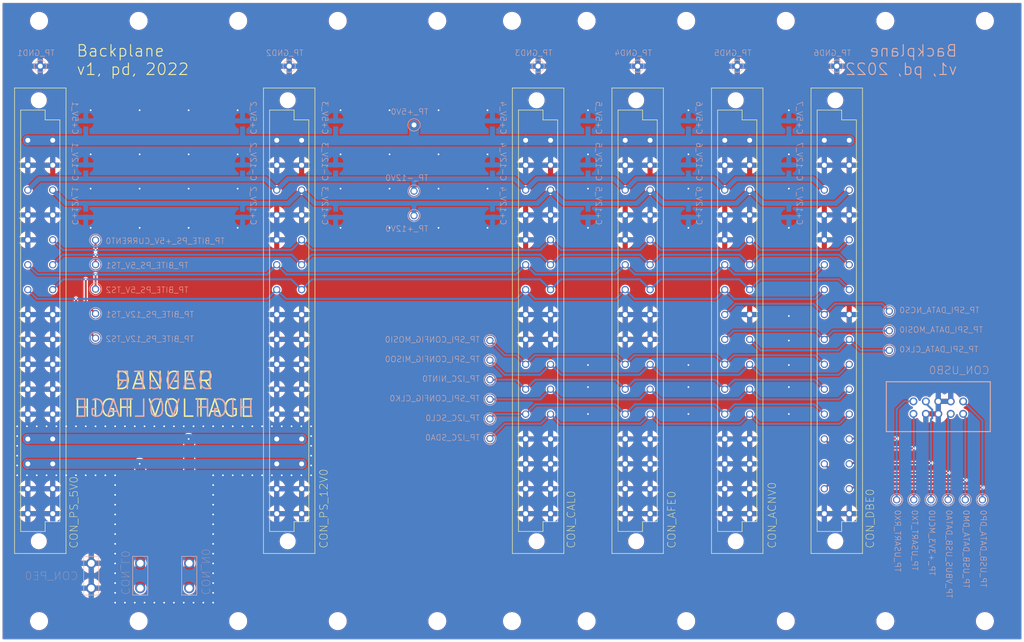
<source format=kicad_pcb>
(kicad_pcb (version 20241229) (generator "pcbnew") (generator_version "9.0")
  (layers (0 "F.Cu" signal) (2 "B.Cu" signal) (13 "F.Paste" user) (15 "B.Paste" user) (5 "F.SilkS" user "F.Silkscreen") (7 "B.SilkS" user "B.Silkscreen") (1 "F.Mask" user) (3 "B.Mask" user) (25 "Edge.Cuts" user))
  (net 0 "")
  (net 1 "+5V")
  (net 2 "GND")
  (net 3 "+12V")
  (net 4 "-12V")
  (net 5 "L")
  (net 6 "N")
  (net 7 "BITE_PS_+5V_CURRENT")
  (net 8 "BITE_PS_5V_TS1")
  (net 9 "BITE_PS_12V_TS1")
  (net 10 "BITE_PS_5V_TS2")
  (net 11 "BITE_PS_12V_TS2")
  (net 12 "USB_DATA_DM")
  (net 13 "USB_DATA_DP")
  (net 14 "VBUS_USB_DATA")
  (net 15 "+3V3_MCU")
  (net 16 "USART_TX")
  (net 17 "USART_RX")
  (net 18 "I2C_SCL")
  (net 19 "I2C_SDA")
  (net 20 "I2C_NINT")
  (net 21 "SPI_CONFIG_CLK")
  (net 22 "SPI_CONFIG_MOSI")
  (net 23 "SPI_CONFIG_MISO")
  (net 24 "SPI_DATA_MOSI")
  (net 25 "SPI_DATA_CLK")
  (net 26 "SPI_DATA_NCS")
  (footprint "09032326825_33780477" (layer "F.Cu") (at 153.8281 104.9266 90)
    (property "Reference" "CON_CAL0")
    (property "Value" "09032326825")
  )
  (footprint "dummyfp5" (layer "F.Cu") (at 72.3011 43.7261)
    (property "Reference" "UNK_HOLE_5" (hide yes))
    (property "Value" "")
  )
  (footprint "09032326825_33780477" (layer "F.Cu") (at 214.7881 104.9266 90)
    (property "Reference" "CON_DBE0")
    (property "Value" "09032326825")
  )
  (footprint "dummyfp15" (layer "F.Cu") (at 112.9411 166.2301)
    (property "Reference" "UNK_HOLE_15" (hide yes))
    (property "Value" "")
  )
  (footprint "dummyfp3" (layer "F.Cu") (at 245.0211 166.2301)
    (property "Reference" "UNK_HOLE_3" (hide yes))
    (property "Value" "")
  )
  (footprint "dummyfp1" (layer "F.Cu") (at 51.9811 166.2301)
    (property "Reference" "UNK_HOLE_1" (hide yes))
    (property "Value" "")
  )
  (footprint "dummyfp8" (layer "F.Cu") (at 133.2611 43.7261)
    (property "Reference" "UNK_HOLE_8" (hide yes))
    (property "Value" "")
  )
  (footprint "dummyfp20" (layer "F.Cu") (at 204.3811 166.2301)
    (property "Reference" "UNK_HOLE_20" (hide yes))
    (property "Value" "")
  )
  (footprint "dummyfp19" (layer "F.Cu") (at 184.0611 166.2301)
    (property "Reference" "UNK_HOLE_19" (hide yes))
    (property "Value" "")
  )
  (footprint "dummyfp4" (layer "F.Cu") (at 148.5011 166.2301)
    (property "Reference" "UNK_HOLE_4" (hide yes))
    (property "Value" "")
  )
  (footprint "dummyfp6" (layer "F.Cu") (at 92.6211 43.7261)
    (property "Reference" "UNK_HOLE_6" (hide yes))
    (property "Value" "")
  )
  (footprint "dummyfp16" (layer "F.Cu") (at 133.2611 166.2301)
    (property "Reference" "UNK_HOLE_16" (hide yes))
    (property "Value" "")
  )
  (footprint "09032326825_33780477" (layer "F.Cu") (at 174.1481 104.9266 90)
    (property "Reference" "CON_AFE0")
    (property "Value" "09032326825")
  )
  (footprint "dummyfp21" (layer "F.Cu") (at 224.7011 166.2301)
    (property "Reference" "UNK_HOLE_21" (hide yes))
    (property "Value" "")
  )
  (footprint "dummyfp18" (layer "F.Cu") (at 163.7411 166.2301)
    (property "Reference" "UNK_HOLE_18" (hide yes))
    (property "Value" "")
  )
  (footprint "dummyfp14" (layer "F.Cu") (at 92.6211 166.2301)
    (property "Reference" "UNK_HOLE_14" (hide yes))
    (property "Value" "")
  )
  (footprint "dummyfp2" (layer "F.Cu") (at 245.0211 43.7261)
    (property "Reference" "UNK_HOLE_2" (hide yes))
    (property "Value" "")
  )
  (footprint "dummyfp11" (layer "F.Cu") (at 204.3811 43.7261)
    (property "Reference" "UNK_HOLE_11" (hide yes))
    (property "Value" "")
  )
  (footprint "dummyfp0" (layer "F.Cu") (at 51.9811 43.7261)
    (property "Reference" "UNK_HOLE_0" (hide yes))
    (property "Value" "")
  )
  (footprint "09032326825_33780477" (layer "F.Cu") (at 52.2281 104.9266 90)
    (property "Reference" "CON_PS_5V0")
    (property "Value" "09032326825")
  )
  (footprint "dummyfp10" (layer "F.Cu") (at 184.0611 43.7261)
    (property "Reference" "UNK_HOLE_10" (hide yes))
    (property "Value" "")
  )
  (footprint "dummyfp17" (layer "F.Cu") (at 148.5011 43.7261)
    (property "Reference" "UNK_HOLE_17" (hide yes))
    (property "Value" "")
  )
  (footprint "dummyfp12" (layer "F.Cu") (at 224.7011 43.7261)
    (property "Reference" "UNK_HOLE_12" (hide yes))
    (property "Value" "")
  )
  (footprint "dummyfp13" (layer "F.Cu") (at 72.3011 166.2301)
    (property "Reference" "UNK_HOLE_13" (hide yes))
    (property "Value" "")
  )
  (footprint "09032326825_33780477" (layer "F.Cu") (at 103.0281 104.9266 90)
    (property "Reference" "CON_PS_12V0")
    (property "Value" "09032326825")
  )
  (footprint "dummyfp7" (layer "F.Cu") (at 112.9411 43.7261)
    (property "Reference" "UNK_HOLE_7" (hide yes))
    (property "Value" "")
  )
  (footprint "dummyfp9" (layer "F.Cu") (at 163.7411 43.7261)
    (property "Reference" "UNK_HOLE_9" (hide yes))
    (property "Value" "")
  )
  (footprint "09032326825_33780477" (layer "F.Cu") (at 194.4681 104.9266 90)
    (property "Reference" "CON_ACNV0")
    (property "Value" "09032326825")
  )
  (footprint "RSPRO-1MM-TERMINAL-POST-2622034_23908750" (layer "B.Cu") (at 174.1481 52.9641 180)
    (property "Reference" "TP_GND4")
    (property "Value" "" (hide yes))
  )
  (footprint "RSPRO-1MM-TERMINAL-POST-2622034_23908750" (layer "B.Cu") (at 144.0081 128.9641 180)
    (property "Reference" "TP_I2C_SDA0")
    (property "Value" "" (hide yes))
  )
  (footprint "C0603_18640681" (layer "B.Cu") (at 93.5081 64.9641 90)
    (property "Reference" "C+5V_2")
    (property "Value" "100n")
  )
  (footprint "RSPRO-1MM-TERMINAL-POST-2622034_23908750" (layer "B.Cu") (at 225.5081 110.9641 180)
    (property "Reference" "TP_SPI_DATA_CLK0")
    (property "Value" "" (hide yes))
  )
  (footprint "RSPRO-1MM-TERMINAL-POST-2622034_23908750" (layer "B.Cu") (at 153.8281 52.9641 180)
    (property "Reference" "TP_GND3")
    (property "Value" "" (hide yes))
  )
  (footprint "C0603_18640681" (layer "B.Cu") (at 164.0081 82.9641 -90)
    (property "Reference" "C+12V_5")
    (property "Value" "100n")
  )
  (footprint "RSPRO-1MM-TERMINAL-POST-2622034_23908750" (layer "B.Cu") (at 225.5081 106.9641 180)
    (property "Reference" "TP_SPI_DATA_MOSI0")
    (property "Value" "" (hide yes))
  )
  (footprint "RSPRO-1MM-TERMINAL-POST-2622034_23908750" (layer "B.Cu") (at 63.5081 108.4641)
    (property "Reference" "TP_BITE_PS_12V_TS2")
    (property "Value" "" (hide yes))
  )
  (footprint "C0603_18640681" (layer "B.Cu") (at 184.5081 64.9641 90)
    (property "Reference" "C+5V_6")
    (property "Value" "100n")
  )
  (footprint "RSPRO-1MM-TERMINAL-POST-2622034_23908750" (layer "B.Cu") (at 225.5081 102.9641 180)
    (property "Reference" "TP_SPI_DATA_NCS0")
    (property "Value" "" (hide yes))
  )
  (footprint "RSPRO-1MM-TERMINAL-POST-2622034_23908750" (layer "B.Cu") (at 144.0081 116.9641 180)
    (property "Reference" "TP_I2C_NINT0")
    (property "Value" "" (hide yes))
  )
  (footprint "C0603_18640681" (layer "B.Cu") (at 93.5081 73.9641 90)
    (property "Reference" "C-12V_2")
    (property "Value" "100n")
  )
  (footprint "RSPRO-1MM-TERMINAL-POST-2622034_23908750" (layer "B.Cu") (at 63.5081 103.4641)
    (property "Reference" "TP_BITE_PS_12V_TS1")
    (property "Value" "" (hide yes))
  )
  (footprint "RSPRO-1MM-TERMINAL-POST-2622034_23908750" (layer "B.Cu") (at 144.0081 124.9641 180)
    (property "Reference" "TP_I2C_SCL0")
    (property "Value" "" (hide yes))
  )
  (footprint "RSPRO-1MM-TERMINAL-POST-2622034_23908750" (layer "B.Cu") (at 63.5081 88.4641 180)
    (property "Reference" "TP_BITE_PS_+5V_CURRENT0")
    (property "Value" "" (hide yes))
  )
  (footprint "RSPRO-1MM-TERMINAL-POST-2622034_23908750" (layer "B.Cu") (at 214.7881 52.9641 180)
    (property "Reference" "TP_GND6")
    (property "Value" "" (hide yes))
  )
  (footprint "RSPRO-1MM-TERMINAL-POST-2622034_23908750" (layer "B.Cu") (at 227.0081 141.4641 -90)
    (property "Reference" "TP_USART_RX0")
    (property "Value" "" (hide yes))
  )
  (footprint "RSPRO-1MM-TERMINAL-POST-2622034_23908750" (layer "B.Cu") (at 103.0281 52.9641 180)
    (property "Reference" "TP_GND2")
    (property "Value" "" (hide yes))
  )
  (footprint "C0603_18640681" (layer "B.Cu") (at 164.0081 73.9641 90)
    (property "Reference" "C-12V_5")
    (property "Value" "100n")
  )
  (footprint "RSPRO-1MM-TERMINAL-POST-2622034_23908750" (layer "B.Cu") (at 230.5081 141.4641 -90)
    (property "Reference" "TP_USART_TX0")
    (property "Value" "" (hide yes))
  )
  (footprint "RSPRO-1MM-TERMINAL-POST-2622034_23908750" (layer "B.Cu") (at 63.5081 98.4641 180)
    (property "Reference" "TP_BITE_PS_5V_TS2")
    (property "Value" "" (hide yes))
  )
  (footprint "63824-1_24300571" (layer "B.Cu") (at 62.6281 156.9641 90)
    (property "Reference" "CON_PE0")
    (property "Value" "63824-1")
  )
  (footprint "RSPRO-1MM-TERMINAL-POST-2622034_23908750" (layer "B.Cu") (at 144.0081 108.9641 180)
    (property "Reference" "TP_SPI_CONFIG_MOSI0")
    (property "Value" "" (hide yes))
  )
  (footprint "RSPRO-1MM-TERMINAL-POST-2622034_23908750" (layer "B.Cu") (at 144.0081 120.9641 180)
    (property "Reference" "TP_SPI_CONFIG_CLK0")
    (property "Value" "" (hide yes))
  )
  (footprint "RSPRO-1MM-TERMINAL-POST-2622034_23908750" (layer "B.Cu") (at 144.0081 112.9641 180)
    (property "Reference" "TP_SPI_CONFIG_MISO0")
    (property "Value" "" (hide yes))
  )
  (footprint "RSPRO-1MM-TERMINAL-POST-2622034_23908750" (layer "B.Cu") (at 63.5081 93.4641 180)
    (property "Reference" "TP_BITE_PS_5V_TS1")
    (property "Value" "" (hide yes))
  )
  (footprint "RSPRO-1MM-TERMINAL-POST-2622034_23908750" (layer "B.Cu") (at 52.2281 52.9641 180)
    (property "Reference" "TP_GND1")
    (property "Value" "" (hide yes))
  )
  (footprint "RSPRO-1MM-TERMINAL-POST-2622034_23908750" (layer "B.Cu") (at 128.5081 83.4641 180)
    (property "Reference" "TP_+12V0")
    (property "Value" "" (hide yes))
  )
  (footprint "63824-1_24300571" (layer "B.Cu") (at 82.6281 156.9641 -90)
    (property "Reference" "CON_N0")
    (property "Value" "63824-1")
  )
  (footprint "C0603_18640681" (layer "B.Cu") (at 112.5081 82.9641 -90)
    (property "Reference" "C+12V_3")
    (property "Value" "100n")
  )
  (footprint "C0603_18640681" (layer "B.Cu") (at 144.5081 73.9641 90)
    (property "Reference" "C-12V_4")
    (property "Value" "100n")
  )
  (footprint "RSPRO-1MM-TERMINAL-POST-2622034_23908750" (layer "B.Cu") (at 128.5081 64.9641 180)
    (property "Reference" "TP_+5V0")
    (property "Value" "" (hide yes))
  )
  (footprint "C0603_18640681" (layer "B.Cu") (at 61.5081 82.9641 -90)
    (property "Reference" "C+12V_1")
    (property "Value" "100n")
  )
  (footprint "RSPRO-1MM-TERMINAL-POST-2622034_23908750" (layer "B.Cu") (at 128.5081 78.4641 180)
    (property "Reference" "TP_-12V0")
    (property "Value" "" (hide yes))
  )
  (footprint "TST-105-01-T-D_27603653" (layer "B.Cu") (at 235.5081 122.4641 180)
    (property "Reference" "CON_USB0")
    (property "Value" "TST-105-01-T-D")
  )
  (footprint "RSPRO-1MM-TERMINAL-POST-2622034_23908750" (layer "B.Cu") (at 194.4681 52.9641 180)
    (property "Reference" "TP_GND5")
    (property "Value" "" (hide yes))
  )
  (footprint "63824-1_24300571" (layer "B.Cu") (at 72.6281 156.9641 -90)
    (property "Reference" "CON_L0")
    (property "Value" "63824-1")
  )
  (footprint "RSPRO-1MM-TERMINAL-POST-2622034_23908750" (layer "B.Cu") (at 241.0081 141.4641 -90)
    (property "Reference" "TP_USB_DATA_DM0")
    (property "Value" "" (hide yes))
  )
  (footprint "C0603_18640681" (layer "B.Cu") (at 205.0081 82.9641 -90)
    (property "Reference" "C+12V_7")
    (property "Value" "100n")
  )
  (footprint "C0603_18640681" (layer "B.Cu") (at 164.0081 64.9641 90)
    (property "Reference" "C+5V_5")
    (property "Value" "100n")
  )
  (footprint "C0603_18640681" (layer "B.Cu") (at 61.5081 73.9641 90)
    (property "Reference" "C-12V_1")
    (property "Value" "100n")
  )
  (footprint "C0603_18640681" (layer "B.Cu") (at 112.5081 64.9641 90)
    (property "Reference" "C+5V_3")
    (property "Value" "100n")
  )
  (footprint "C0603_18640681" (layer "B.Cu") (at 112.5081 73.9641 90)
    (property "Reference" "C-12V_3")
    (property "Value" "100n")
  )
  (footprint "C0603_18640681" (layer "B.Cu") (at 205.0081 73.9641 90)
    (property "Reference" "C-12V_7")
    (property "Value" "100n")
  )
  (footprint "C0603_18640681" (layer "B.Cu") (at 205.0081 64.9641 90)
    (property "Reference" "C+5V_7")
    (property "Value" "100n")
  )
  (footprint "C0603_18640681" (layer "B.Cu") (at 93.5081 82.9641 -90)
    (property "Reference" "C+12V_2")
    (property "Value" "100n")
  )
  (footprint "C0603_18640681" (layer "B.Cu") (at 61.5081 64.9641 90)
    (property "Reference" "C+5V_1")
    (property "Value" "100n")
  )
  (footprint "RSPRO-1MM-TERMINAL-POST-2622034_23908750" (layer "B.Cu") (at 237.5081 141.4641 -90)
    (property "Reference" "TP_VBUS_USB_DATA0")
    (property "Value" "" (hide yes))
  )
  (footprint "RSPRO-1MM-TERMINAL-POST-2622034_23908750" (layer "B.Cu") (at 244.5081 141.4641 -90)
    (property "Reference" "TP_USB_DATA_DP0")
    (property "Value" "" (hide yes))
  )
  (footprint "RSPRO-1MM-TERMINAL-POST-2622034_23908750" (layer "B.Cu") (at 234.0081 141.4641 -90)
    (property "Reference" "TP_+3V3_MCU0")
    (property "Value" "" (hide yes))
  )
  (footprint "C0603_18640681" (layer "B.Cu") (at 184.5081 73.9641 90)
    (property "Reference" "C-12V_6")
    (property "Value" "100n")
  )
  (footprint "C0603_18640681" (layer "B.Cu") (at 144.5081 64.9641 90)
    (property "Reference" "C+5V_4")
    (property "Value" "100n")
  )
  (footprint "C0603_18640681" (layer "B.Cu") (at 184.5081 82.9641 -90)
    (property "Reference" "C+12V_6")
    (property "Value" "100n")
  )
  (footprint "C0603_18640681" (layer "B.Cu") (at 144.5081 82.9641 -90)
    (property "Reference" "C+12V_4")
    (property "Value" "100n")
  )
  (gr_line (start 44.5081 40.0431) (end 44.5081 169.9641) (stroke (width 0.05)) (layer "Edge.Cuts"))
  (gr_line (start 252.4941 169.9641) (end 252.4941 40.0431) (stroke (width 0.05)) (layer "Edge.Cuts"))
  (gr_line (start 44.5081 169.9641) (end 252.4941 169.9641) (stroke (width 0.05)) (layer "Edge.Cuts"))
  (gr_line (start 44.5081 40.0431) (end 252.4941 40.0431) (stroke (width 0.05)) (layer "Edge.Cuts"))
  (gr_text "Backplane\nv1, pd, 2022" (at 59.5081 54.9641 0) (layer "F.SilkS") (effects (font (size 2.3368 2.3368) (thickness 0.2032)) (justify left bottom)))
  (gr_text "DANGER\nHIGH VOLTAGE" (at 77.5081 119.9641 0) (layer "F.SilkS") (effects (font (size 3.5052 3.5052) (thickness 0.3048))))
  (gr_text "Backplane\nv1, pd, 2022" (at 239.5081 54.9641 0) (layer "B.SilkS") (effects (font (size 2.3368 2.3368) (thickness 0.2032)) (justify left bottom mirror)))
  (gr_text "DANGER\nHIGH VOLTAGE" (at 77.5081 119.9641 0) (layer "B.SilkS") (effects (font (size 3.5052 3.5052) (thickness 0.3048)) (justify mirror)))
  (segment (start 49.6881 68.0966) (end 54.7681 68.0966) (width 2) (layer "B.Cu") (net 1))
  (segment (start 197.0081 68.0966) (end 205.0081 68.0966) (width 2) (layer "B.Cu") (net 1))
  (segment (start 144.5081 68.0966) (end 151.2881 68.0966) (width 2) (layer "B.Cu") (net 1))
  (segment (start 105.5681 68.0966) (end 112.5081 68.0966) (width 2) (layer "B.Cu") (net 1))
  (segment (start 164.0081 65.8141) (end 164.0081 68.0966) (width 1) (layer "B.Cu") (net 1))
  (segment (start 61.5081 68.0966) (end 93.5081 68.0966) (width 2) (layer "B.Cu") (net 1))
  (segment (start 100.4881 68.0966) (end 105.5681 68.0966) (width 2) (layer "B.Cu") (net 1))
  (segment (start 212.2481 68.0966) (end 217.3281 68.0966) (width 2) (layer "B.Cu") (net 1))
  (segment (start 112.5081 65.8141) (end 112.5081 68.0966) (width 1) (layer "B.Cu") (net 1))
  (segment (start 93.5081 65.8141) (end 93.5081 68.0966) (width 1) (layer "B.Cu") (net 1))
  (segment (start 144.5081 65.8141) (end 144.5081 68.0966) (width 1) (layer "B.Cu") (net 1))
  (segment (start 128.5081 64.9641) (end 128.5081 68.0966) (width 2) (layer "B.Cu") (net 1))
  (segment (start 156.3681 68.0966) (end 164.0081 68.0966) (width 2) (layer "B.Cu") (net 1))
  (segment (start 184.5081 68.0966) (end 191.9281 68.0966) (width 2) (layer "B.Cu") (net 1))
  (segment (start 128.5081 68.0966) (end 144.5081 68.0966) (width 2) (layer "B.Cu") (net 1))
  (segment (start 54.7681 68.0966) (end 61.5081 68.0966) (width 2) (layer "B.Cu") (net 1))
  (segment (start 205.0081 65.8141) (end 205.0081 68.0966) (width 1) (layer "B.Cu") (net 1))
  (segment (start 191.9281 68.0966) (end 197.0081 68.0966) (width 2) (layer "B.Cu") (net 1))
  (segment (start 151.2881 68.0966) (end 156.3681 68.0966) (width 2) (layer "B.Cu") (net 1))
  (segment (start 93.5081 68.0966) (end 100.4881 68.0966) (width 2) (layer "B.Cu") (net 1))
  (segment (start 112.5081 68.0966) (end 128.5081 68.0966) (width 2) (layer "B.Cu") (net 1))
  (segment (start 205.0081 68.0966) (end 212.2481 68.0966) (width 2) (layer "B.Cu") (net 1))
  (segment (start 184.5081 65.8141) (end 184.5081 68.0966) (width 1) (layer "B.Cu") (net 1))
  (segment (start 176.6881 68.0966) (end 184.5081 68.0966) (width 2) (layer "B.Cu") (net 1))
  (segment (start 171.6081 68.0966) (end 176.6881 68.0966) (width 2) (layer "B.Cu") (net 1))
  (segment (start 61.5081 65.8141) (end 61.5081 68.0966) (width 1) (layer "B.Cu") (net 1))
  (segment (start 164.0081 68.0966) (end 171.6081 68.0966) (width 2) (layer "B.Cu") (net 1))
  (via (at 143.5081 85.9641) (size 0.5024) (drill 0.35) (layers "F.Cu" "B.Cu") (net 2))
  (via (at 105.5081 126.4641) (size 0.5024) (drill 0.35) (layers "F.Cu" "B.Cu") (net 2))
  (via (at 67.5081 162.4641) (size 0.5024) (drill 0.35) (layers "F.Cu" "B.Cu") (net 2))
  (via (at 47.5081 136.4641) (size 0.5024) (drill 0.35) (layers "F.Cu" "B.Cu") (net 2))
  (via (at 123.5081 70.9641) (size 0.5024) (drill 0.35) (layers "F.Cu" "B.Cu") (net 2))
  (via (at 67.5081 158.4641) (size 0.5024) (drill 0.35) (layers "F.Cu" "B.Cu") (net 2))
  (via (at 49.5081 136.4641) (size 0.5024) (drill 0.35) (layers "F.Cu" "B.Cu") (net 2))
  (via (at 57.5081 136.4641) (size 0.5024) (drill 0.35) (layers "F.Cu" "B.Cu") (net 2))
  (via (at 87.5081 156.4641) (size 0.5024) (drill 0.35) (layers "F.Cu" "B.Cu") (net 2))
  (via (at 72.5081 77.9641) (size 0.5024) (drill 0.35) (layers "F.Cu" "B.Cu") (net 2))
  (via (at 62.5081 70.9641) (size 0.5024) (drill 0.35) (layers "F.Cu" "B.Cu") (net 2))
  (via (at 107.5081 134.4641) (size 0.5024) (drill 0.35) (layers "F.Cu" "B.Cu") (net 2))
  (via (at 123.5081 61.9641) (size 0.5024) (drill 0.35) (layers "F.Cu" "B.Cu") (net 2))
  (via (at 69.5081 162.4641) (size 0.5024) (drill 0.35) (layers "F.Cu" "B.Cu") (net 2))
  (via (at 47.5081 132.4641) (size 0.5024) (drill 0.35) (layers "F.Cu" "B.Cu") (net 2))
  (via (at 133.5081 77.9641) (size 0.5024) (drill 0.35) (layers "F.Cu" "B.Cu") (net 2))
  (via (at 71.5081 162.4641) (size 0.5024) (drill 0.35) (layers "F.Cu" "B.Cu") (net 2))
  (via (at 184.5081 70.9641) (size 0.5024) (drill 0.35) (layers "F.Cu" "B.Cu") (net 2))
  (via (at 77.5081 162.4641) (size 0.5024) (drill 0.35) (layers "F.Cu" "B.Cu") (net 2))
  (via (at 133.5081 70.9641) (size 0.5024) (drill 0.35) (layers "F.Cu" "B.Cu") (net 2))
  (via (at 87.5081 144.4641) (size 0.5024) (drill 0.35) (layers "F.Cu" "B.Cu") (net 2))
  (via (at 62.5081 85.9641) (size 0.5024) (drill 0.35) (layers "F.Cu" "B.Cu") (net 2))
  (via (at 55.5081 136.4641) (size 0.5024) (drill 0.35) (layers "F.Cu" "B.Cu") (net 2))
  (via (at 107.5081 132.4641) (size 0.5024) (drill 0.35) (layers "F.Cu" "B.Cu") (net 2))
  (via (at 67.5081 160.4641) (size 0.5024) (drill 0.35) (layers "F.Cu" "B.Cu") (net 2))
  (via (at 83.5081 126.4641) (size 0.5024) (drill 0.35) (layers "F.Cu" "B.Cu") (net 2))
  (via (at 92.5081 61.9641) (size 0.5024) (drill 0.35) (layers "F.Cu" "B.Cu") (net 2))
  (via (at 87.5081 148.4641) (size 0.5024) (drill 0.35) (layers "F.Cu" "B.Cu") (net 2))
  (via (at 67.5081 138.4641) (size 0.5024) (drill 0.35) (layers "F.Cu" "B.Cu") (net 2))
  (via (at 63.5081 126.4641) (size 0.5024) (drill 0.35) (layers "F.Cu" "B.Cu") (net 2))
  (via (at 47.5081 128.4641) (size 0.5024) (drill 0.35) (layers "F.Cu" "B.Cu") (net 2))
  (via (at 59.5081 136.4641) (size 0.5024) (drill 0.35) (layers "F.Cu" "B.Cu") (net 2))
  (via (at 69.5081 126.4641) (size 0.5024) (drill 0.35) (layers "F.Cu" "B.Cu") (net 2))
  (via (at 55.5081 126.4641) (size 0.5024) (drill 0.35) (layers "F.Cu" "B.Cu") (net 2))
  (via (at 123.5081 85.9641) (size 0.5024) (drill 0.35) (layers "F.Cu" "B.Cu") (net 2))
  (via (at 87.5081 146.4641) (size 0.5024) (drill 0.35) (layers "F.Cu" "B.Cu") (net 2))
  (via (at 89.5081 126.4641) (size 0.5024) (drill 0.35) (layers "F.Cu" "B.Cu") (net 2))
  (via (at 205.0081 108.9641) (size 0.5024) (drill 0.35) (layers "F.Cu" "B.Cu") (net 2))
  (via (at 133.5081 85.9641) (size 0.5024) (drill 0.35) (layers "F.Cu" "B.Cu") (net 2))
  (via (at 67.5081 146.4641) (size 0.5024) (drill 0.35) (layers "F.Cu" "B.Cu") (net 2))
  (via (at 53.5081 136.4641) (size 0.5024) (drill 0.35) (layers "F.Cu" "B.Cu") (net 2))
  (via (at 133.5081 61.9641) (size 0.5024) (drill 0.35) (layers "F.Cu" "B.Cu") (net 2))
  (via (at 184.5081 123.9641) (size 0.5024) (drill 0.35) (layers "F.Cu" "B.Cu") (net 2))
  (via (at 87.5081 136.4641) (size 0.5024) (drill 0.35) (layers "F.Cu" "B.Cu") (net 2))
  (via (at 205.0081 61.9641) (size 0.5024) (drill 0.35) (layers "F.Cu" "B.Cu") (net 2))
  (via (at 62.5081 77.9641) (size 0.5024) (drill 0.35) (layers "F.Cu" "B.Cu") (net 2))
  (via (at 184.5081 118.4641) (size 0.5024) (drill 0.35) (layers "F.Cu" "B.Cu") (net 2))
  (via (at 67.5081 148.4641) (size 0.5024) (drill 0.35) (layers "F.Cu" "B.Cu") (net 2))
  (via (at 123.5081 77.9641) (size 0.5024) (drill 0.35) (layers "F.Cu" "B.Cu") (net 2))
  (via (at 93.5081 136.4641) (size 0.5024) (drill 0.35) (layers "F.Cu" "B.Cu") (net 2))
  (via (at 143.5081 77.9641) (size 0.5024) (drill 0.35) (layers "F.Cu" "B.Cu") (net 2))
  (via (at 95.5081 136.4641) (size 0.5024) (drill 0.35) (layers "F.Cu" "B.Cu") (net 2))
  (via (at 51.5081 136.4641) (size 0.5024) (drill 0.35) (layers "F.Cu" "B.Cu") (net 2))
  (via (at 49.5081 126.4641) (size 0.5024) (drill 0.35) (layers "F.Cu" "B.Cu") (net 2))
  (via (at 87.5081 160.4641) (size 0.5024) (drill 0.35) (layers "F.Cu" "B.Cu") (net 2))
  (via (at 87.5081 138.4641) (size 0.5024) (drill 0.35) (layers "F.Cu" "B.Cu") (net 2))
  (via (at 93.5081 126.4641) (size 0.5024) (drill 0.35) (layers "F.Cu" "B.Cu") (net 2))
  (via (at 95.5081 126.4641) (size 0.5024) (drill 0.35) (layers "F.Cu" "B.Cu") (net 2))
  (via (at 47.5081 126.4641) (size 0.5024) (drill 0.35) (layers "F.Cu" "B.Cu") (net 2))
  (via (at 72.5081 61.9641) (size 0.5024) (drill 0.35) (layers "F.Cu" "B.Cu") (net 2))
  (via (at 184.5081 113.9641) (size 0.5024) (drill 0.35) (layers "F.Cu" "B.Cu") (net 2))
  (via (at 91.5081 126.4641) (size 0.5024) (drill 0.35) (layers "F.Cu" "B.Cu") (net 2))
  (via (at 67.5081 154.4641) (size 0.5024) (drill 0.35) (layers "F.Cu" "B.Cu") (net 2))
  (via (at 73.5081 126.4641) (size 0.5024) (drill 0.35) (layers "F.Cu" "B.Cu") (net 2))
  (via (at 85.5081 126.4641) (size 0.5024) (drill 0.35) (layers "F.Cu" "B.Cu") (net 2))
  (via (at 113.5081 61.9641) (size 0.5024) (drill 0.35) (layers "F.Cu" "B.Cu") (net 2))
  (via (at 82.5081 77.9641) (size 0.5024) (drill 0.35) (layers "F.Cu" "B.Cu") (net 2))
  (via (at 164.0081 113.9641) (size 0.5024) (drill 0.35) (layers "F.Cu" "B.Cu") (net 2))
  (via (at 184.5081 77.9641) (size 0.5024) (drill 0.35) (layers "F.Cu" "B.Cu") (net 2))
  (via (at 101.5081 136.4641) (size 0.5024) (drill 0.35) (layers "F.Cu" "B.Cu") (net 2))
  (via (at 92.5081 85.9641) (size 0.5024) (drill 0.35) (layers "F.Cu" "B.Cu") (net 2))
  (via (at 51.5081 126.4641) (size 0.5024) (drill 0.35) (layers "F.Cu" "B.Cu") (net 2))
  (via (at 184.5081 61.9641) (size 0.5024) (drill 0.35) (layers "F.Cu" "B.Cu") (net 2))
  (via (at 82.5081 85.9641) (size 0.5024) (drill 0.35) (layers "F.Cu" "B.Cu") (net 2))
  (via (at 107.5081 136.4641) (size 0.5024) (drill 0.35) (layers "F.Cu" "B.Cu") (net 2))
  (via (at 57.5081 126.4641) (size 0.5024) (drill 0.35) (layers "F.Cu" "B.Cu") (net 2))
  (via (at 205.0081 70.9641) (size 0.5024) (drill 0.35) (layers "F.Cu" "B.Cu") (net 2))
  (via (at 63.5081 136.4641) (size 0.5024) (drill 0.35) (layers "F.Cu" "B.Cu") (net 2))
  (via (at 105.5081 136.4641) (size 0.5024) (drill 0.35) (layers "F.Cu" "B.Cu") (net 2))
  (via (at 87.5081 162.4641) (size 0.5024) (drill 0.35) (layers "F.Cu" "B.Cu") (net 2))
  (via (at 107.5081 126.4641) (size 0.5024) (drill 0.35) (layers "F.Cu" "B.Cu") (net 2))
  (via (at 87.5081 126.4641) (size 0.5024) (drill 0.35) (layers "F.Cu" "B.Cu") (net 2))
  (via (at 87.5081 150.4641) (size 0.5024) (drill 0.35) (layers "F.Cu" "B.Cu") (net 2))
  (via (at 143.5081 70.9641) (size 0.5024) (drill 0.35) (layers "F.Cu" "B.Cu") (net 2))
  (via (at 97.5081 126.4641) (size 0.5024) (drill 0.35) (layers "F.Cu" "B.Cu") (net 2))
  (via (at 99.5081 136.4641) (size 0.5024) (drill 0.35) (layers "F.Cu" "B.Cu") (net 2))
  (via (at 113.5081 85.9641) (size 0.5024) (drill 0.35) (layers "F.Cu" "B.Cu") (net 2))
  (via (at 82.5081 70.9641) (size 0.5024) (drill 0.35) (layers "F.Cu" "B.Cu") (net 2))
  (via (at 79.5081 162.4641) (size 0.5024) (drill 0.35) (layers "F.Cu" "B.Cu") (net 2))
  (via (at 72.5081 85.9641) (size 0.5024) (drill 0.35) (layers "F.Cu" "B.Cu") (net 2))
  (via (at 113.5081 70.9641) (size 0.5024) (drill 0.35) (layers "F.Cu" "B.Cu") (net 2))
  (via (at 87.5081 158.4641) (size 0.5024) (drill 0.35) (layers "F.Cu" "B.Cu") (net 2))
  (via (at 205.0081 85.9641) (size 0.5024) (drill 0.35) (layers "F.Cu" "B.Cu") (net 2))
  (via (at 75.5081 126.4641) (size 0.5024) (drill 0.35) (layers "F.Cu" "B.Cu") (net 2))
  (via (at 164.0081 77.9641) (size 0.5024) (drill 0.35) (layers "F.Cu" "B.Cu") (net 2))
  (via (at 73.5081 162.4641) (size 0.5024) (drill 0.35) (layers "F.Cu" "B.Cu") (net 2))
  (via (at 205.0081 118.4641) (size 0.5024) (drill 0.35) (layers "F.Cu" "B.Cu") (net 2))
  (via (at 103.5081 136.4641) (size 0.5024) (drill 0.35) (layers "F.Cu" "B.Cu") (net 2))
  (via (at 91.5081 136.4641) (size 0.5024) (drill 0.35) (layers "F.Cu" "B.Cu") (net 2))
  (via (at 47.5081 130.4641) (size 0.5024) (drill 0.35) (layers "F.Cu" "B.Cu") (net 2))
  (via (at 67.5081 136.4641) (size 0.5024) (drill 0.35) (layers "F.Cu" "B.Cu") (net 2))
  (via (at 87.5081 154.4641) (size 0.5024) (drill 0.35) (layers "F.Cu" "B.Cu") (net 2))
  (via (at 62.5081 61.9641) (size 0.5024) (drill 0.35) (layers "F.Cu" "B.Cu") (net 2))
  (via (at 101.5081 126.4641) (size 0.5024) (drill 0.35) (layers "F.Cu" "B.Cu") (net 2))
  (via (at 205.0081 113.9641) (size 0.5024) (drill 0.35) (layers "F.Cu" "B.Cu") (net 2))
  (via (at 92.5081 77.9641) (size 0.5024) (drill 0.35) (layers "F.Cu" "B.Cu") (net 2))
  (via (at 113.5081 77.9641) (size 0.5024) (drill 0.35) (layers "F.Cu" "B.Cu") (net 2))
  (via (at 67.5081 140.4641) (size 0.5024) (drill 0.35) (layers "F.Cu" "B.Cu") (net 2))
  (via (at 205.0081 103.9641) (size 0.5024) (drill 0.35) (layers "F.Cu" "B.Cu") (net 2))
  (via (at 59.5081 126.4641) (size 0.5024) (drill 0.35) (layers "F.Cu" "B.Cu") (net 2))
  (via (at 47.5081 134.4641) (size 0.5024) (drill 0.35) (layers "F.Cu" "B.Cu") (net 2))
  (via (at 107.5081 128.4641) (size 0.5024) (drill 0.35) (layers "F.Cu" "B.Cu") (net 2))
  (via (at 65.5081 136.4641) (size 0.5024) (drill 0.35) (layers "F.Cu" "B.Cu") (net 2))
  (via (at 164.0081 123.9641) (size 0.5024) (drill 0.35) (layers "F.Cu" "B.Cu") (net 2))
  (via (at 82.5081 61.9641) (size 0.5024) (drill 0.35) (layers "F.Cu" "B.Cu") (net 2))
  (via (at 71.5081 126.4641) (size 0.5024) (drill 0.35) (layers "F.Cu" "B.Cu") (net 2))
  (via (at 107.5081 130.4641) (size 0.5024) (drill 0.35) (layers "F.Cu" "B.Cu") (net 2))
  (via (at 164.0081 85.9641) (size 0.5024) (drill 0.35) (layers "F.Cu" "B.Cu") (net 2))
  (via (at 83.5081 162.4641) (size 0.5024) (drill 0.35) (layers "F.Cu" "B.Cu") (net 2))
  (via (at 205.0081 123.9641) (size 0.5024) (drill 0.35) (layers "F.Cu" "B.Cu") (net 2))
  (via (at 67.5081 144.4641) (size 0.5024) (drill 0.35) (layers "F.Cu" "B.Cu") (net 2))
  (via (at 67.5081 142.4641) (size 0.5024) (drill 0.35) (layers "F.Cu" "B.Cu") (net 2))
  (via (at 97.5081 136.4641) (size 0.5024) (drill 0.35) (layers "F.Cu" "B.Cu") (net 2))
  (via (at 164.0081 118.4641) (size 0.5024) (drill 0.35) (layers "F.Cu" "B.Cu") (net 2))
  (via (at 143.5081 61.9641) (size 0.5024) (drill 0.35) (layers "F.Cu" "B.Cu") (net 2))
  (via (at 87.5081 140.4641) (size 0.5024) (drill 0.35) (layers "F.Cu" "B.Cu") (net 2))
  (via (at 87.5081 142.4641) (size 0.5024) (drill 0.35) (layers "F.Cu" "B.Cu") (net 2))
  (via (at 99.5081 126.4641) (size 0.5024) (drill 0.35) (layers "F.Cu" "B.Cu") (net 2))
  (via (at 67.5081 150.4641) (size 0.5024) (drill 0.35) (layers "F.Cu" "B.Cu") (net 2))
  (via (at 81.5081 162.4641) (size 0.5024) (drill 0.35) (layers "F.Cu" "B.Cu") (net 2))
  (via (at 184.5081 85.9641) (size 0.5024) (drill 0.35) (layers "F.Cu" "B.Cu") (net 2))
  (via (at 67.5081 126.4641) (size 0.5024) (drill 0.35) (layers "F.Cu" "B.Cu") (net 2))
  (via (at 65.5081 126.4641) (size 0.5024) (drill 0.35) (layers "F.Cu" "B.Cu") (net 2))
  (via (at 87.5081 152.4641) (size 0.5024) (drill 0.35) (layers "F.Cu" "B.Cu") (net 2))
  (via (at 61.5081 136.4641) (size 0.5024) (drill 0.35) (layers "F.Cu" "B.Cu") (net 2))
  (via (at 89.5081 136.4641) (size 0.5024) (drill 0.35) (layers "F.Cu" "B.Cu") (net 2))
  (via (at 205.0081 77.9641) (size 0.5024) (drill 0.35) (layers "F.Cu" "B.Cu") (net 2))
  (via (at 164.0081 70.9641) (size 0.5024) (drill 0.35) (layers "F.Cu" "B.Cu") (net 2))
  (via (at 77.5081 126.4641) (size 0.5024) (drill 0.35) (layers "F.Cu" "B.Cu") (net 2))
  (via (at 67.5081 156.4641) (size 0.5024) (drill 0.35) (layers "F.Cu" "B.Cu") (net 2))
  (via (at 92.5081 70.9641) (size 0.5024) (drill 0.35) (layers "F.Cu" "B.Cu") (net 2))
  (via (at 61.5081 126.4641) (size 0.5024) (drill 0.35) (layers "F.Cu" "B.Cu") (net 2))
  (via (at 81.5081 126.4641) (size 0.5024) (drill 0.35) (layers "F.Cu" "B.Cu") (net 2))
  (via (at 53.5081 126.4641) (size 0.5024) (drill 0.35) (layers "F.Cu" "B.Cu") (net 2))
  (via (at 103.5081 126.4641) (size 0.5024) (drill 0.35) (layers "F.Cu" "B.Cu") (net 2))
  (via (at 72.5081 70.9641) (size 0.5024) (drill 0.35) (layers "F.Cu" "B.Cu") (net 2))
  (via (at 164.0081 61.9641) (size 0.5024) (drill 0.35) (layers "F.Cu" "B.Cu") (net 2))
  (via (at 79.5081 126.4641) (size 0.5024) (drill 0.35) (layers "F.Cu" "B.Cu") (net 2))
  (via (at 85.5081 162.4641) (size 0.5024) (drill 0.35) (layers "F.Cu" "B.Cu") (net 2))
  (via (at 67.5081 152.4641) (size 0.5024) (drill 0.35) (layers "F.Cu" "B.Cu") (net 2))
  (via (at 75.5081 162.4641) (size 0.5024) (drill 0.35) (layers "F.Cu" "B.Cu") (net 2))
  (segment (start 144.5081 82.1141) (end 144.5081 80.9641) (width 1) (layer "B.Cu") (net 3))
  (segment (start 57.4756 80.9641) (end 54.7681 78.2566) (width 1) (layer "B.Cu") (net 3))
  (segment (start 61.5081 80.9641) (end 57.4756 80.9641) (width 1) (layer "B.Cu") (net 3))
  (segment (start 205.0081 80.9641) (end 214.6206 80.9641) (width 1) (layer "B.Cu") (net 3))
  (segment (start 159.0756 80.9641) (end 164.0081 80.9641) (width 1) (layer "B.Cu") (net 3))
  (segment (start 184.5081 80.9641) (end 194.3006 80.9641) (width 1) (layer "B.Cu") (net 3))
  (segment (start 153.6606 80.9641) (end 144.5081 80.9641) (width 1) (layer "B.Cu") (net 3))
  (segment (start 102.8606 80.9641) (end 93.5081 80.9641) (width 1) (layer "B.Cu") (net 3))
  (segment (start 144.5081 80.9641) (end 128.5081 80.9641) (width 1) (layer "B.Cu") (net 3))
  (segment (start 197.0081 78.2566) (end 199.7156 80.9641) (width 1) (layer "B.Cu") (net 3))
  (segment (start 164.0081 82.1141) (end 164.0081 80.9641) (width 1) (layer "B.Cu") (net 3))
  (segment (start 205.0081 82.1141) (end 205.0081 80.9641) (width 1) (layer "B.Cu") (net 3))
  (segment (start 128.5081 80.9641) (end 112.5081 80.9641) (width 1) (layer "B.Cu") (net 3))
  (segment (start 194.3006 80.9641) (end 197.0081 78.2566) (width 1) (layer "B.Cu") (net 3))
  (segment (start 173.9806 80.9641) (end 176.6881 78.2566) (width 1) (layer "B.Cu") (net 3))
  (segment (start 156.3681 78.2566) (end 159.0756 80.9641) (width 1) (layer "B.Cu") (net 3))
  (segment (start 176.6881 78.2566) (end 179.3956 80.9641) (width 1) (layer "B.Cu") (net 3))
  (segment (start 93.5081 82.1141) (end 93.5081 80.9641) (width 1) (layer "B.Cu") (net 3))
  (segment (start 112.5081 82.1141) (end 112.5081 80.9641) (width 1) (layer "B.Cu") (net 3))
  (segment (start 108.2756 80.9641) (end 105.5681 78.2566) (width 1) (layer "B.Cu") (net 3))
  (segment (start 214.6206 80.9641) (end 217.3281 78.2566) (width 1) (layer "B.Cu") (net 3))
  (segment (start 164.0081 80.9641) (end 173.9806 80.9641) (width 1) (layer "B.Cu") (net 3))
  (segment (start 112.5081 80.9641) (end 108.2756 80.9641) (width 1) (layer "B.Cu") (net 3))
  (segment (start 61.5081 82.1141) (end 61.5081 80.9641) (width 1) (layer "B.Cu") (net 3))
  (segment (start 184.5081 82.1141) (end 184.5081 80.9641) (width 1) (layer "B.Cu") (net 3))
  (segment (start 156.3681 78.2566) (end 153.6606 80.9641) (width 1) (layer "B.Cu") (net 3))
  (segment (start 105.5681 78.2566) (end 102.8606 80.9641) (width 1) (layer "B.Cu") (net 3))
  (segment (start 179.3956 80.9641) (end 184.5081 80.9641) (width 1) (layer "B.Cu") (net 3))
  (segment (start 128.5081 83.4641) (end 128.5081 80.9641) (width 1) (layer "B.Cu") (net 3))
  (segment (start 199.7156 80.9641) (end 205.0081 80.9641) (width 1) (layer "B.Cu") (net 3))
  (segment (start 93.5081 80.9641) (end 61.5081 80.9641) (width 1) (layer "B.Cu") (net 3))
  (segment (start 100.4881 78.2566) (end 102.7806 75.9641) (width 1) (layer "B.Cu") (net 4))
  (segment (start 93.5081 74.8141) (end 93.5081 75.9641) (width 1) (layer "B.Cu") (net 4))
  (segment (start 93.5081 75.9641) (end 98.1956 75.9641) (width 1) (layer "B.Cu") (net 4))
  (segment (start 128.5081 78.4641) (end 128.5081 75.9641) (width 1) (layer "B.Cu") (net 4))
  (segment (start 171.6081 78.2566) (end 173.9006 75.9641) (width 1) (layer "B.Cu") (net 4))
  (segment (start 144.5081 74.8141) (end 144.5081 75.9641) (width 1) (layer "B.Cu") (net 4))
  (segment (start 128.5081 75.9641) (end 144.5081 75.9641) (width 1) (layer "B.Cu") (net 4))
  (segment (start 184.5081 74.8141) (end 184.5081 75.9641) (width 1) (layer "B.Cu") (net 4))
  (segment (start 164.0081 74.8141) (end 164.0081 75.9641) (width 1) (layer "B.Cu") (net 4))
  (segment (start 191.9281 78.2566) (end 194.2206 75.9641) (width 1) (layer "B.Cu") (net 4))
  (segment (start 102.7806 75.9641) (end 112.5081 75.9641) (width 1) (layer "B.Cu") (net 4))
  (segment (start 61.5081 75.9641) (end 93.5081 75.9641) (width 1) (layer "B.Cu") (net 4))
  (segment (start 49.6881 78.2566) (end 51.9806 75.9641) (width 1) (layer "B.Cu") (net 4))
  (segment (start 205.0081 74.8141) (end 205.0081 75.9641) (width 1) (layer "B.Cu") (net 4))
  (segment (start 164.0081 75.9641) (end 169.3156 75.9641) (width 1) (layer "B.Cu") (net 4))
  (segment (start 209.9556 75.9641) (end 212.2481 78.2566) (width 1) (layer "B.Cu") (net 4))
  (segment (start 148.9956 75.9641) (end 151.2881 78.2566) (width 1) (layer "B.Cu") (net 4))
  (segment (start 205.0081 75.9641) (end 209.9556 75.9641) (width 1) (layer "B.Cu") (net 4))
  (segment (start 144.5081 75.9641) (end 148.9956 75.9641) (width 1) (layer "B.Cu") (net 4))
  (segment (start 51.9806 75.9641) (end 61.5081 75.9641) (width 1) (layer "B.Cu") (net 4))
  (segment (start 173.9006 75.9641) (end 184.5081 75.9641) (width 1) (layer "B.Cu") (net 4))
  (segment (start 112.5081 75.9641) (end 128.5081 75.9641) (width 1) (layer "B.Cu") (net 4))
  (segment (start 112.5081 74.8141) (end 112.5081 75.9641) (width 1) (layer "B.Cu") (net 4))
  (segment (start 189.6356 75.9641) (end 191.9281 78.2566) (width 1) (layer "B.Cu") (net 4))
  (segment (start 61.5081 74.8141) (end 61.5081 75.9641) (width 1) (layer "B.Cu") (net 4))
  (segment (start 184.5081 75.9641) (end 189.6356 75.9641) (width 1) (layer "B.Cu") (net 4))
  (segment (start 98.1956 75.9641) (end 100.4881 78.2566) (width 1) (layer "B.Cu") (net 4))
  (segment (start 153.5806 75.9641) (end 164.0081 75.9641) (width 1) (layer "B.Cu") (net 4))
  (segment (start 194.2206 75.9641) (end 205.0081 75.9641) (width 1) (layer "B.Cu") (net 4))
  (segment (start 169.3156 75.9641) (end 171.6081 78.2566) (width 1) (layer "B.Cu") (net 4))
  (segment (start 151.2881 78.2566) (end 153.5806 75.9641) (width 1) (layer "B.Cu") (net 4))
  (segment (start 72.6281 134.2566) (end 72.5081 134.1366) (width 2) (layer "F.Cu") (net 5))
  (segment (start 72.6281 154.4241) (end 72.6281 134.2566) (width 2) (layer "F.Cu") (net 5))
  (segment (start 72.6281 159.5041) (end 72.6281 154.4241) (width 2) (layer "F.Cu") (net 5))
  (via (at 72.5081 134.1366) (size 2) (drill 0.35) (layers "F.Cu" "B.Cu") (net 5))
  (segment (start 72.5081 134.1366) (end 100.4881 134.1366) (width 2) (layer "B.Cu") (net 5))
  (segment (start 100.4881 134.1366) (end 105.5681 134.1366) (width 2) (layer "B.Cu") (net 5))
  (segment (start 49.6881 134.1366) (end 54.7681 134.1366) (width 2) (layer "B.Cu") (net 5))
  (segment (start 54.7681 134.1366) (end 72.5081 134.1366) (width 2) (layer "B.Cu") (net 5))
  (segment (start 82.6281 129.1766) (end 82.5081 129.0566) (width 2) (layer "F.Cu") (net 6))
  (segment (start 82.6281 159.5041) (end 82.6281 154.4241) (width 2) (layer "F.Cu") (net 6))
  (segment (start 82.6281 154.4241) (end 82.6281 129.1766) (width 2) (layer "F.Cu") (net 6))
  (via (at 82.5081 129.0566) (size 2) (drill 0.35) (layers "F.Cu" "B.Cu") (net 6))
  (segment (start 82.5081 129.0566) (end 100.4881 129.0566) (width 2) (layer "B.Cu") (net 6))
  (segment (start 49.6881 129.0566) (end 54.7681 129.0566) (width 2) (layer "B.Cu") (net 6))
  (segment (start 100.4881 129.0566) (end 105.5681 129.0566) (width 2) (layer "B.Cu") (net 6))
  (segment (start 54.7681 129.0566) (end 82.5081 129.0566) (width 2) (layer "B.Cu") (net 6))
  (segment (start 63.5081 88.4641) (end 63.5081 90.4641) (width 0.4064) (layer "F.Cu") (net 7))
  (via (at 63.5081 90.4641) (size 0.5024) (drill 0.35) (layers "F.Cu" "B.Cu") (net 7))
  (segment (start 156.3681 88.4166) (end 154.3206 90.4641) (width 0.4064) (layer "B.Cu") (net 7))
  (segment (start 103.5206 90.4641) (end 63.5081 90.4641) (width 0.4064) (layer "B.Cu") (net 7))
  (segment (start 194.9606 90.4641) (end 178.7356 90.4641) (width 0.4064) (layer "B.Cu") (net 7))
  (segment (start 56.8156 90.4641) (end 54.7681 88.4166) (width 0.4064) (layer "B.Cu") (net 7))
  (segment (start 174.6406 90.4641) (end 158.4156 90.4641) (width 0.4064) (layer "B.Cu") (net 7))
  (segment (start 154.3206 90.4641) (end 107.6156 90.4641) (width 0.4064) (layer "B.Cu") (net 7))
  (segment (start 178.7356 90.4641) (end 176.6881 88.4166) (width 0.4064) (layer "B.Cu") (net 7))
  (segment (start 215.2806 90.4641) (end 199.0556 90.4641) (width 0.4064) (layer "B.Cu") (net 7))
  (segment (start 199.0556 90.4641) (end 197.0081 88.4166) (width 0.4064) (layer "B.Cu") (net 7))
  (segment (start 217.3281 88.4166) (end 215.2806 90.4641) (width 0.4064) (layer "B.Cu") (net 7))
  (segment (start 107.6156 90.4641) (end 105.5681 88.4166) (width 0.4064) (layer "B.Cu") (net 7))
  (segment (start 63.5081 90.4641) (end 56.8156 90.4641) (width 0.4064) (layer "B.Cu") (net 7))
  (segment (start 197.0081 88.4166) (end 194.9606 90.4641) (width 0.4064) (layer "B.Cu") (net 7))
  (segment (start 158.4156 90.4641) (end 156.3681 88.4166) (width 0.4064) (layer "B.Cu") (net 7))
  (segment (start 105.5681 88.4166) (end 103.5206 90.4641) (width 0.4064) (layer "B.Cu") (net 7))
  (segment (start 176.6881 88.4166) (end 174.6406 90.4641) (width 0.4064) (layer "B.Cu") (net 7))
  (segment (start 63.5081 93.4641) (end 63.5081 91.4641) (width 0.4064) (layer "F.Cu") (net 8))
  (via (at 63.5081 91.4641) (size 0.5024) (drill 0.35) (layers "F.Cu" "B.Cu") (net 8))
  (segment (start 63.5081 91.4641) (end 56.8006 91.4641) (width 0.4064) (layer "B.Cu") (net 8))
  (segment (start 158.4006 91.4641) (end 156.3681 93.4966) (width 0.4064) (layer "B.Cu") (net 8))
  (segment (start 107.6006 91.4641) (end 105.5681 93.4966) (width 0.4064) (layer "B.Cu") (net 8))
  (segment (start 105.5681 93.4966) (end 103.5356 91.4641) (width 0.4064) (layer "B.Cu") (net 8))
  (segment (start 176.6881 93.4966) (end 174.6556 91.4641) (width 0.4064) (layer "B.Cu") (net 8))
  (segment (start 197.0081 93.4966) (end 194.9756 91.4641) (width 0.4064) (layer "B.Cu") (net 8))
  (segment (start 194.9756 91.4641) (end 178.7206 91.4641) (width 0.4064) (layer "B.Cu") (net 8))
  (segment (start 199.0406 91.4641) (end 197.0081 93.4966) (width 0.4064) (layer "B.Cu") (net 8))
  (segment (start 217.3281 93.4966) (end 215.2956 91.4641) (width 0.4064) (layer "B.Cu") (net 8))
  (segment (start 174.6556 91.4641) (end 158.4006 91.4641) (width 0.4064) (layer "B.Cu") (net 8))
  (segment (start 103.5356 91.4641) (end 63.5081 91.4641) (width 0.4064) (layer "B.Cu") (net 8))
  (segment (start 178.7206 91.4641) (end 176.6881 93.4966) (width 0.4064) (layer "B.Cu") (net 8))
  (segment (start 215.2956 91.4641) (end 199.0406 91.4641) (width 0.4064) (layer "B.Cu") (net 8))
  (segment (start 156.3681 93.4966) (end 154.3356 91.4641) (width 0.4064) (layer "B.Cu") (net 8))
  (segment (start 154.3356 91.4641) (end 107.6006 91.4641) (width 0.4064) (layer "B.Cu") (net 8))
  (segment (start 56.8006 91.4641) (end 54.7681 93.4966) (width 0.4064) (layer "B.Cu") (net 8))
  (segment (start 61.5081 101.4641) (end 61.5081 96.4641) (width 0.4064) (layer "F.Cu") (net 9))
  (segment (start 63.5081 103.4641) (end 61.5081 101.4641) (width 0.4064) (layer "F.Cu") (net 9))
  (via (at 61.5081 96.4641) (size 0.5024) (drill 0.35) (layers "F.Cu" "B.Cu") (net 9))
  (segment (start 156.3681 98.5766) (end 154.2556 96.4641) (width 0.4064) (layer "B.Cu") (net 9))
  (segment (start 103.4556 96.4641) (end 61.5081 96.4641) (width 0.4064) (layer "B.Cu") (net 9))
  (segment (start 215.2156 96.4641) (end 199.1206 96.4641) (width 0.4064) (layer "B.Cu") (net 9))
  (segment (start 61.5081 96.4641) (end 56.8806 96.4641) (width 0.4064) (layer "B.Cu") (net 9))
  (segment (start 158.4806 96.4641) (end 156.3681 98.5766) (width 0.4064) (layer "B.Cu") (net 9))
  (segment (start 56.8806 96.4641) (end 54.7681 98.5766) (width 0.4064) (layer "B.Cu") (net 9))
  (segment (start 217.3281 98.5766) (end 215.2156 96.4641) (width 0.4064) (layer "B.Cu") (net 9))
  (segment (start 105.5681 98.5766) (end 103.4556 96.4641) (width 0.4064) (layer "B.Cu") (net 9))
  (segment (start 194.8956 96.4641) (end 178.8006 96.4641) (width 0.4064) (layer "B.Cu") (net 9))
  (segment (start 174.5756 96.4641) (end 158.4806 96.4641) (width 0.4064) (layer "B.Cu") (net 9))
  (segment (start 176.6881 98.5766) (end 174.5756 96.4641) (width 0.4064) (layer "B.Cu") (net 9))
  (segment (start 107.6806 96.4641) (end 105.5681 98.5766) (width 0.4064) (layer "B.Cu") (net 9))
  (segment (start 197.0081 98.5766) (end 194.8956 96.4641) (width 0.4064) (layer "B.Cu") (net 9))
  (segment (start 154.2556 96.4641) (end 107.6806 96.4641) (width 0.4064) (layer "B.Cu") (net 9))
  (segment (start 199.1206 96.4641) (end 197.0081 98.5766) (width 0.4064) (layer "B.Cu") (net 9))
  (segment (start 178.8006 96.4641) (end 176.6881 98.5766) (width 0.4064) (layer "B.Cu") (net 9))
  (segment (start 63.5081 98.4641) (end 63.5081 95.4641) (width 0.4064) (layer "F.Cu") (net 10))
  (via (at 63.5081 95.4641) (size 0.5024) (drill 0.35) (layers "F.Cu" "B.Cu") (net 10))
  (segment (start 210.2806 95.4641) (end 193.8956 95.4641) (width 0.4064) (layer "B.Cu") (net 10))
  (segment (start 173.5756 95.4641) (end 171.6081 93.4966) (width 0.4064) (layer "B.Cu") (net 10))
  (segment (start 191.9281 93.4966) (end 189.9606 95.4641) (width 0.4064) (layer "B.Cu") (net 10))
  (segment (start 153.2556 95.4641) (end 151.2881 93.4966) (width 0.4064) (layer "B.Cu") (net 10))
  (segment (start 193.8956 95.4641) (end 191.9281 93.4966) (width 0.4064) (layer "B.Cu") (net 10))
  (segment (start 100.4881 93.4966) (end 98.5206 95.4641) (width 0.4064) (layer "B.Cu") (net 10))
  (segment (start 102.4556 95.4641) (end 100.4881 93.4966) (width 0.4064) (layer "B.Cu") (net 10))
  (segment (start 171.6081 93.4966) (end 169.6406 95.4641) (width 0.4064) (layer "B.Cu") (net 10))
  (segment (start 149.3206 95.4641) (end 102.4556 95.4641) (width 0.4064) (layer "B.Cu") (net 10))
  (segment (start 212.2481 93.4966) (end 210.2806 95.4641) (width 0.4064) (layer "B.Cu") (net 10))
  (segment (start 189.9606 95.4641) (end 173.5756 95.4641) (width 0.4064) (layer "B.Cu") (net 10))
  (segment (start 51.6556 95.4641) (end 49.6881 93.4966) (width 0.4064) (layer "B.Cu") (net 10))
  (segment (start 169.6406 95.4641) (end 153.2556 95.4641) (width 0.4064) (layer "B.Cu") (net 10))
  (segment (start 151.2881 93.4966) (end 149.3206 95.4641) (width 0.4064) (layer "B.Cu") (net 10))
  (segment (start 63.5081 95.4641) (end 51.6556 95.4641) (width 0.4064) (layer "B.Cu") (net 10))
  (segment (start 98.5206 95.4641) (end 63.5081 95.4641) (width 0.4064) (layer "B.Cu") (net 10))
  (segment (start 59.5081 104.4641) (end 59.5081 100.4641) (width 0.4064) (layer "F.Cu") (net 11))
  (segment (start 63.5081 108.4641) (end 59.5081 104.4641) (width 0.4064) (layer "F.Cu") (net 11))
  (via (at 59.5081 100.4641) (size 0.5024) (drill 0.35) (layers "F.Cu" "B.Cu") (net 11))
  (segment (start 169.7206 100.4641) (end 153.1756 100.4641) (width 0.4064) (layer "B.Cu") (net 11))
  (segment (start 212.2481 98.5766) (end 210.3606 100.4641) (width 0.4064) (layer "B.Cu") (net 11))
  (segment (start 98.6006 100.4641) (end 59.5081 100.4641) (width 0.4064) (layer "B.Cu") (net 11))
  (segment (start 191.9281 98.5766) (end 190.0406 100.4641) (width 0.4064) (layer "B.Cu") (net 11))
  (segment (start 59.5081 100.4641) (end 51.5756 100.4641) (width 0.4064) (layer "B.Cu") (net 11))
  (segment (start 51.5756 100.4641) (end 49.6881 98.5766) (width 0.4064) (layer "B.Cu") (net 11))
  (segment (start 210.3606 100.4641) (end 193.8156 100.4641) (width 0.4064) (layer "B.Cu") (net 11))
  (segment (start 100.4881 98.5766) (end 98.6006 100.4641) (width 0.4064) (layer "B.Cu") (net 11))
  (segment (start 153.1756 100.4641) (end 151.2881 98.5766) (width 0.4064) (layer "B.Cu") (net 11))
  (segment (start 149.4006 100.4641) (end 102.3756 100.4641) (width 0.4064) (layer "B.Cu") (net 11))
  (segment (start 151.2881 98.5766) (end 149.4006 100.4641) (width 0.4064) (layer "B.Cu") (net 11))
  (segment (start 190.0406 100.4641) (end 173.4956 100.4641) (width 0.4064) (layer "B.Cu") (net 11))
  (segment (start 173.4956 100.4641) (end 171.6081 98.5766) (width 0.4064) (layer "B.Cu") (net 11))
  (segment (start 102.3756 100.4641) (end 100.4881 98.5766) (width 0.4064) (layer "B.Cu") (net 11))
  (segment (start 171.6081 98.5766) (end 169.7206 100.4641) (width 0.4064) (layer "B.Cu") (net 11))
  (segment (start 193.8156 100.4641) (end 191.9281 98.5766) (width 0.4064) (layer "B.Cu") (net 11))
  (segment (start 241.0081 137.4641) (end 214.0006 137.4641) (width 0.4064) (layer "F.Cu") (net 12))
  (segment (start 214.0006 137.4641) (end 212.2481 139.2166) (width 0.4064) (layer "F.Cu") (net 12))
  (via (at 241.0081 137.4641) (size 0.5024) (drill 0.35) (layers "F.Cu" "B.Cu") (net 12))
  (segment (start 241.0081 124.344091) (end 240.5881 123.924091) (width 0.4064) (layer "B.Cu") (net 12))
  (segment (start 241.0081 137.4641) (end 241.0081 124.344091) (width 0.4064) (layer "B.Cu") (net 12))
  (segment (start 241.0081 141.4641) (end 241.0081 137.4641) (width 0.4064) (layer "B.Cu") (net 12))
  (segment (start 217.3281 139.2166) (end 217.5806 138.9641) (width 0.4064) (layer "F.Cu") (net 13))
  (segment (start 217.5806 138.9641) (end 244.5081 138.9641) (width 0.4064) (layer "F.Cu") (net 13))
  (via (at 244.5081 138.9641) (size 0.5024) (drill 0.35) (layers "F.Cu" "B.Cu") (net 13))
  (segment (start 244.5081 138.9641) (end 244.5081 125.304091) (width 0.4064) (layer "B.Cu") (net 13))
  (segment (start 244.5081 141.4641) (end 244.5081 138.9641) (width 0.4064) (layer "B.Cu") (net 13))
  (segment (start 244.5081 125.304091) (end 240.5881 121.384091) (width 0.4064) (layer "B.Cu") (net 13))
  (segment (start 212.2481 134.1366) (end 214.0756 135.9641) (width 0.4064) (layer "F.Cu") (net 14))
  (segment (start 214.0756 135.9641) (end 237.5081 135.9641) (width 0.4064) (layer "F.Cu") (net 14))
  (via (at 237.5081 135.9641) (size 0.5024) (drill 0.35) (layers "F.Cu" "B.Cu") (net 14))
  (segment (start 237.5081 135.9641) (end 237.5081 124.464091) (width 0.4064) (layer "B.Cu") (net 14))
  (segment (start 237.5081 141.4641) (end 237.5081 135.9641) (width 0.4064) (layer "B.Cu") (net 14))
  (segment (start 237.5081 124.464091) (end 238.0481 123.924091) (width 0.4064) (layer "B.Cu") (net 14))
  (segment (start 234.0081 133.9641) (end 217.5006 133.9641) (width 0.4064) (layer "F.Cu") (net 15))
  (segment (start 217.5006 133.9641) (end 217.3281 134.1366) (width 0.4064) (layer "F.Cu") (net 15))
  (via (at 234.0081 133.9641) (size 0.5024) (drill 0.35) (layers "F.Cu" "B.Cu") (net 15))
  (segment (start 234.0081 133.9641) (end 234.0081 125.0641) (width 0.4064) (layer "B.Cu") (net 15))
  (segment (start 232.9681 121.784091) (end 232.9681 121.384091) (width 0.4064) (layer "B.Cu") (net 15))
  (segment (start 234.0081 125.0641) (end 234.2581 124.8141) (width 0.4064) (layer "B.Cu") (net 15))
  (segment (start 234.2581 124.8141) (end 234.2581 123.074091) (width 0.4064) (layer "B.Cu") (net 15))
  (segment (start 234.2581 123.074091) (end 232.9681 121.784091) (width 0.4064) (layer "B.Cu") (net 15))
  (segment (start 234.0081 141.4641) (end 234.0081 133.9641) (width 0.4064) (layer "B.Cu") (net 15))
  (segment (start 212.2481 129.0566) (end 214.1556 130.9641) (width 0.4064) (layer "F.Cu") (net 16))
  (segment (start 214.1556 130.9641) (end 230.5081 130.9641) (width 0.4064) (layer "F.Cu") (net 16))
  (via (at 230.5081 130.9641) (size 0.5024) (drill 0.35) (layers "F.Cu" "B.Cu") (net 16))
  (segment (start 230.5081 141.4641) (end 230.5081 130.9641) (width 0.4064) (layer "B.Cu") (net 16))
  (segment (start 230.5081 124.004091) (end 230.4281 123.924091) (width 0.4064) (layer "B.Cu") (net 16))
  (segment (start 230.5081 130.9641) (end 230.5081 124.004091) (width 0.4064) (layer "B.Cu") (net 16))
  (segment (start 217.3281 129.0566) (end 217.4206 128.9641) (width 0.4064) (layer "F.Cu") (net 17))
  (segment (start 217.4206 128.9641) (end 227.0081 128.9641) (width 0.4064) (layer "F.Cu") (net 17))
  (via (at 227.0081 128.9641) (size 0.5024) (drill 0.35) (layers "F.Cu" "B.Cu") (net 17))
  (segment (start 228.588109 121.384091) (end 230.4281 121.384091) (width 0.4064) (layer "B.Cu") (net 17))
  (segment (start 227.0081 128.9641) (end 227.0081 122.9641) (width 0.4064) (layer "B.Cu") (net 17))
  (segment (start 227.0081 141.4641) (end 227.0081 128.9641) (width 0.4064) (layer "B.Cu") (net 17))
  (segment (start 227.0081 122.9641) (end 228.588109 121.384091) (width 0.4064) (layer "B.Cu") (net 17))
  (segment (start 151.2881 123.9766) (end 144.9956 123.9766) (width 0.4064) (layer "B.Cu") (net 18))
  (segment (start 210.2356 121.9641) (end 193.9406 121.9641) (width 0.4064) (layer "B.Cu") (net 18))
  (segment (start 171.6081 123.9766) (end 169.5956 121.9641) (width 0.4064) (layer "B.Cu") (net 18))
  (segment (start 212.2481 123.9766) (end 210.2356 121.9641) (width 0.4064) (layer "B.Cu") (net 18))
  (segment (start 189.9156 121.9641) (end 173.6206 121.9641) (width 0.4064) (layer "B.Cu") (net 18))
  (segment (start 173.6206 121.9641) (end 171.6081 123.9766) (width 0.4064) (layer "B.Cu") (net 18))
  (segment (start 191.9281 123.9766) (end 189.9156 121.9641) (width 0.4064) (layer "B.Cu") (net 18))
  (segment (start 144.9956 123.9766) (end 144.0081 124.9641) (width 0.4064) (layer "B.Cu") (net 18))
  (segment (start 193.9406 121.9641) (end 191.9281 123.9766) (width 0.4064) (layer "B.Cu") (net 18))
  (segment (start 169.5956 121.9641) (end 153.3006 121.9641) (width 0.4064) (layer "B.Cu") (net 18))
  (segment (start 153.3006 121.9641) (end 151.2881 123.9766) (width 0.4064) (layer "B.Cu") (net 18))
  (segment (start 217.3281 123.9766) (end 215.3406 125.9641) (width 0.4064) (layer "B.Cu") (net 19))
  (segment (start 156.3681 123.9766) (end 158.3556 125.9641) (width 0.4064) (layer "B.Cu") (net 19))
  (segment (start 215.3406 125.9641) (end 198.9956 125.9641) (width 0.4064) (layer "B.Cu") (net 19))
  (segment (start 156.3681 123.9766) (end 154.3806 125.9641) (width 0.4064) (layer "B.Cu") (net 19))
  (segment (start 198.9956 125.9641) (end 197.0081 123.9766) (width 0.4064) (layer "B.Cu") (net 19))
  (segment (start 158.3556 125.9641) (end 174.7006 125.9641) (width 0.4064) (layer "B.Cu") (net 19))
  (segment (start 176.6881 123.9766) (end 178.6756 125.9641) (width 0.4064) (layer "B.Cu") (net 19))
  (segment (start 195.0206 125.9641) (end 197.0081 123.9766) (width 0.4064) (layer "B.Cu") (net 19))
  (segment (start 178.6756 125.9641) (end 195.0206 125.9641) (width 0.4064) (layer "B.Cu") (net 19))
  (segment (start 174.7006 125.9641) (end 176.6881 123.9766) (width 0.4064) (layer "B.Cu") (net 19))
  (segment (start 154.3806 125.9641) (end 147.0081 125.9641) (width 0.4064) (layer "B.Cu") (net 19))
  (segment (start 147.0081 125.9641) (end 144.0081 128.9641) (width 0.4064) (layer "B.Cu") (net 19))
  (segment (start 193.8606 116.9641) (end 191.9281 118.8966) (width 0.4064) (layer "B.Cu") (net 20))
  (segment (start 171.6081 118.8966) (end 169.6756 116.9641) (width 0.4064) (layer "B.Cu") (net 20))
  (segment (start 169.6756 116.9641) (end 153.2206 116.9641) (width 0.4064) (layer "B.Cu") (net 20))
  (segment (start 210.3156 116.9641) (end 193.8606 116.9641) (width 0.4064) (layer "B.Cu") (net 20))
  (segment (start 144.0081 116.9641) (end 149.3556 116.9641) (width 0.4064) (layer "B.Cu") (net 20))
  (segment (start 153.2206 116.9641) (end 151.2881 118.8966) (width 0.4064) (layer "B.Cu") (net 20))
  (segment (start 191.9281 118.8966) (end 189.9956 116.9641) (width 0.4064) (layer "B.Cu") (net 20))
  (segment (start 212.2481 118.8966) (end 210.3156 116.9641) (width 0.4064) (layer "B.Cu") (net 20))
  (segment (start 189.9956 116.9641) (end 173.5406 116.9641) (width 0.4064) (layer "B.Cu") (net 20))
  (segment (start 149.3556 116.9641) (end 151.2881 118.8966) (width 0.4064) (layer "B.Cu") (net 20))
  (segment (start 173.5406 116.9641) (end 171.6081 118.8966) (width 0.4064) (layer "B.Cu") (net 20))
  (segment (start 174.6206 120.9641) (end 176.6881 118.8966) (width 0.4064) (layer "B.Cu") (net 21))
  (segment (start 178.7556 120.9641) (end 194.9406 120.9641) (width 0.4064) (layer "B.Cu") (net 21))
  (segment (start 158.4356 120.9641) (end 174.6206 120.9641) (width 0.4064) (layer "B.Cu") (net 21))
  (segment (start 197.0081 118.8966) (end 199.0756 120.9641) (width 0.4064) (layer "B.Cu") (net 21))
  (segment (start 176.6881 118.8966) (end 178.7556 120.9641) (width 0.4064) (layer "B.Cu") (net 21))
  (segment (start 156.3681 118.8966) (end 158.4356 120.9641) (width 0.4064) (layer "B.Cu") (net 21))
  (segment (start 215.2606 120.9641) (end 217.3281 118.8966) (width 0.4064) (layer "B.Cu") (net 21))
  (segment (start 156.3681 118.8966) (end 154.3006 120.9641) (width 0.4064) (layer "B.Cu") (net 21))
  (segment (start 199.0756 120.9641) (end 215.2606 120.9641) (width 0.4064) (layer "B.Cu") (net 21))
  (segment (start 154.3006 120.9641) (end 144.0081 120.9641) (width 0.4064) (layer "B.Cu") (net 21))
  (segment (start 194.9406 120.9641) (end 197.0081 118.8966) (width 0.4064) (layer "B.Cu") (net 21))
  (segment (start 191.9281 113.8166) (end 190.0756 111.9641) (width 0.4064) (layer "B.Cu") (net 22))
  (segment (start 149.4356 111.9641) (end 147.0081 111.9641) (width 0.4064) (layer "B.Cu") (net 22))
  (segment (start 173.4606 111.9641) (end 171.6081 113.8166) (width 0.4064) (layer "B.Cu") (net 22))
  (segment (start 210.3956 111.9641) (end 193.7806 111.9641) (width 0.4064) (layer "B.Cu") (net 22))
  (segment (start 169.7556 111.9641) (end 153.1406 111.9641) (width 0.4064) (layer "B.Cu") (net 22))
  (segment (start 153.1406 111.9641) (end 151.2881 113.8166) (width 0.4064) (layer "B.Cu") (net 22))
  (segment (start 151.2881 113.8166) (end 149.4356 111.9641) (width 0.4064) (layer "B.Cu") (net 22))
  (segment (start 190.0756 111.9641) (end 173.4606 111.9641) (width 0.4064) (layer "B.Cu") (net 22))
  (segment (start 212.2481 113.8166) (end 210.3956 111.9641) (width 0.4064) (layer "B.Cu") (net 22))
  (segment (start 147.0081 111.9641) (end 144.0081 108.9641) (width 0.4064) (layer "B.Cu") (net 22))
  (segment (start 171.6081 113.8166) (end 169.7556 111.9641) (width 0.4064) (layer "B.Cu") (net 22))
  (segment (start 193.7806 111.9641) (end 191.9281 113.8166) (width 0.4064) (layer "B.Cu") (net 22))
  (segment (start 215.1806 115.9641) (end 199.1556 115.9641) (width 0.4064) (layer "B.Cu") (net 23))
  (segment (start 176.6881 113.8166) (end 174.5406 115.9641) (width 0.4064) (layer "B.Cu") (net 23))
  (segment (start 174.5406 115.9641) (end 158.5156 115.9641) (width 0.4064) (layer "B.Cu") (net 23))
  (segment (start 178.8356 115.9641) (end 176.6881 113.8166) (width 0.4064) (layer "B.Cu") (net 23))
  (segment (start 154.2206 115.9641) (end 147.0081 115.9641) (width 0.4064) (layer "B.Cu") (net 23))
  (segment (start 147.0081 115.9641) (end 144.0081 112.9641) (width 0.4064) (layer "B.Cu") (net 23))
  (segment (start 217.3281 113.8166) (end 215.1806 115.9641) (width 0.4064) (layer "B.Cu") (net 23))
  (segment (start 199.1556 115.9641) (end 197.0081 113.8166) (width 0.4064) (layer "B.Cu") (net 23))
  (segment (start 158.5156 115.9641) (end 156.3681 113.8166) (width 0.4064) (layer "B.Cu") (net 23))
  (segment (start 156.3681 113.8166) (end 154.2206 115.9641) (width 0.4064) (layer "B.Cu") (net 23))
  (segment (start 194.8606 115.9641) (end 178.8356 115.9641) (width 0.4064) (layer "B.Cu") (net 23))
  (segment (start 197.0081 113.8166) (end 194.8606 115.9641) (width 0.4064) (layer "B.Cu") (net 23))
  (segment (start 214.0206 106.9641) (end 212.2481 108.7366) (width 0.4064) (layer "B.Cu") (net 24))
  (segment (start 210.4756 106.9641) (end 193.7006 106.9641) (width 0.4064) (layer "B.Cu") (net 24))
  (segment (start 212.2481 108.7366) (end 210.4756 106.9641) (width 0.4064) (layer "B.Cu") (net 24))
  (segment (start 225.5081 106.9641) (end 214.0206 106.9641) (width 0.4064) (layer "B.Cu") (net 24))
  (segment (start 193.7006 106.9641) (end 191.9281 108.7366) (width 0.4064) (layer "B.Cu") (net 24))
  (segment (start 217.3281 108.7366) (end 215.1006 110.9641) (width 0.4064) (layer "B.Cu") (net 25))
  (segment (start 199.2356 110.9641) (end 197.0081 108.7366) (width 0.4064) (layer "B.Cu") (net 25))
  (segment (start 215.1006 110.9641) (end 199.2356 110.9641) (width 0.4064) (layer "B.Cu") (net 25))
  (segment (start 217.3281 108.7366) (end 219.5556 110.9641) (width 0.4064) (layer "B.Cu") (net 25))
  (segment (start 219.5556 110.9641) (end 225.5081 110.9641) (width 0.4064) (layer "B.Cu") (net 25))
  (segment (start 191.9281 103.6566) (end 194.1206 101.4641) (width 0.4064) (layer "B.Cu") (net 26))
  (segment (start 210.0556 101.4641) (end 212.2481 103.6566) (width 0.4064) (layer "B.Cu") (net 26))
  (segment (start 224.0081 101.4641) (end 225.5081 102.9641) (width 0.4064) (layer "B.Cu") (net 26))
  (segment (start 194.1206 101.4641) (end 210.0556 101.4641) (width 0.4064) (layer "B.Cu") (net 26))
  (segment (start 214.4406 101.4641) (end 224.0081 101.4641) (width 0.4064) (layer "B.Cu") (net 26))
  (segment (start 212.2481 103.6566) (end 214.4406 101.4641) (width 0.4064) (layer "B.Cu") (net 26))
  (zone (net 2) (net_name "GND") (layer "F.Cu") (priority 6) (connect_pads (clearance 0.25)) (min_thickness 0.5) (fill yes (thermal_gap 1.05) (thermal_bridge_width 1.05))
    (polygon (pts (xy 253.0081 170.4641) (xy 44.0081 170.4641) (xy 44.0081 39.4641) (xy 253.0081 39.4641)))
  )
  (zone (net 2) (net_name "GND") (layer "B.Cu") (priority 6) (connect_pads (clearance 0.25)) (min_thickness 0.5) (fill yes (thermal_gap 1.05) (thermal_bridge_width 1.05))
    (polygon (pts (xy 253.0081 170.4641) (xy 44.0081 170.4641) (xy 44.0081 39.4641) (xy 253.0081 39.4641)))
  )
)
</source>
